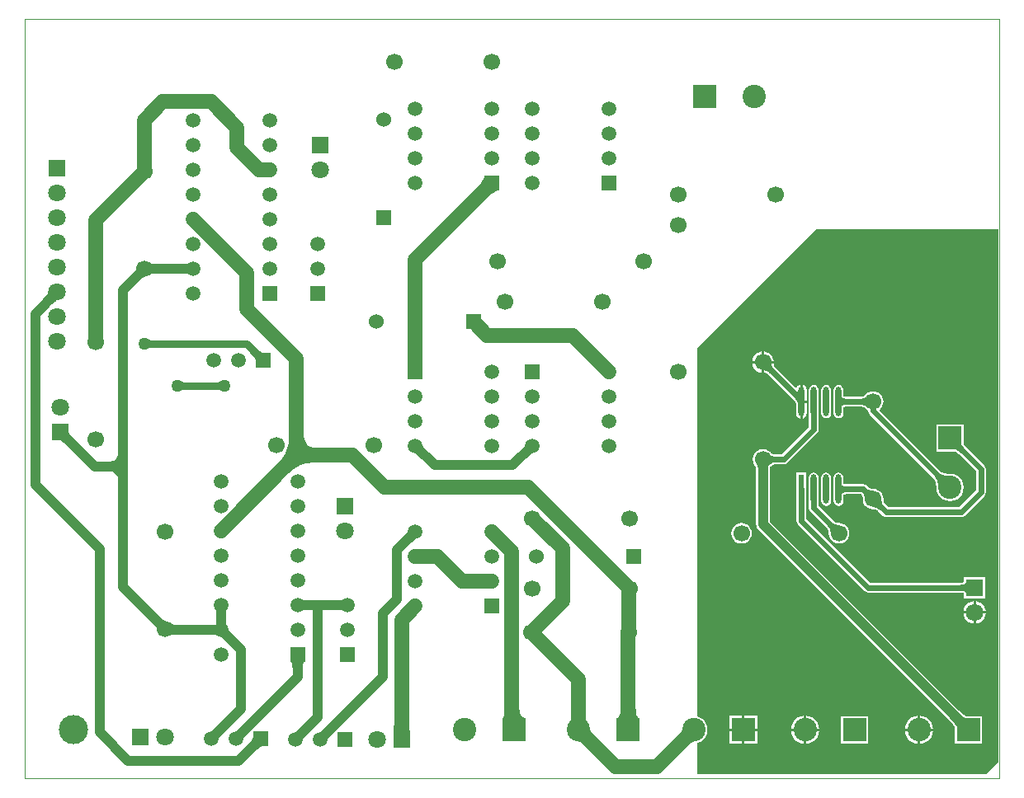
<source format=gtl>
G04 Layer_Physical_Order=1*
G04 Layer_Color=255*
%FSLAX44Y44*%
%MOMM*%
G71*
G01*
G75*
%ADD10O,0.6000X3.0000*%
%ADD11R,0.6000X3.0000*%
%ADD12C,1.0000*%
%ADD13C,1.5000*%
%ADD14C,0.6000*%
%ADD15C,0.8000*%
%ADD16C,0.1000*%
%ADD17R,1.5000X1.5000*%
%ADD18C,1.5000*%
%ADD19C,1.7000*%
%ADD20C,1.5000*%
%ADD21R,1.5000X1.5000*%
%ADD22R,1.8000X1.8000*%
%ADD23C,1.8000*%
%ADD24R,1.5000X1.5000*%
%ADD25C,1.5240*%
%ADD26R,1.5240X1.5240*%
%ADD27R,1.8000X1.8000*%
%ADD28R,2.4000X2.4000*%
%ADD29C,2.4000*%
%ADD30R,1.5240X1.5240*%
%ADD31C,3.0000*%
%ADD32R,2.4000X2.4000*%
%ADD33C,1.2700*%
G36*
X436819Y554431D02*
X435890Y554324D01*
X434836Y554006D01*
X433655Y553476D01*
X432350Y552733D01*
X430919Y551779D01*
X429362Y550612D01*
X425872Y547642D01*
X421880Y543824D01*
X411274Y554431D01*
X413289Y556489D01*
X418062Y561912D01*
X419229Y563469D01*
X420183Y564900D01*
X420926Y566205D01*
X421456Y567386D01*
X421774Y568440D01*
X421880Y569370D01*
X436819Y554431D01*
D02*
G37*
G36*
X117384Y468310D02*
X117292Y468358D01*
X117116Y468400D01*
X116855Y468438D01*
X116078Y468498D01*
X113505Y468558D01*
X112650Y468560D01*
Y478560D01*
X117384Y478810D01*
Y468310D01*
D02*
G37*
G36*
X78453Y479252D02*
X78756Y479107D01*
X79141Y478979D01*
X79607Y478867D01*
X80155Y478774D01*
X81496Y478637D01*
X83163Y478568D01*
X84119Y478560D01*
X84586Y468560D01*
X83633Y468550D01*
X81258Y468394D01*
X80628Y468301D01*
X80077Y468187D01*
X79607Y468052D01*
X79218Y467896D01*
X78909Y467720D01*
X78680Y467523D01*
X78232Y479414D01*
X78453Y479252D01*
D02*
G37*
G36*
X72305Y464740D02*
X72017Y464708D01*
X71686Y464605D01*
X71310Y464431D01*
X70891Y464186D01*
X70428Y463871D01*
X69922Y463486D01*
X68778Y462503D01*
X67459Y461238D01*
X60388Y468309D01*
X61056Y468990D01*
X63021Y471278D01*
X63336Y471741D01*
X63581Y472160D01*
X63755Y472536D01*
X63858Y472867D01*
X63890Y473155D01*
X72305Y464740D01*
D02*
G37*
G36*
X-17070Y440430D02*
X-17452Y440397D01*
X-17872Y440290D01*
X-18328Y440110D01*
X-18821Y439856D01*
X-19351Y439528D01*
X-19918Y439127D01*
X-21163Y438103D01*
X-21840Y437481D01*
X-22554Y436785D01*
X-29625Y443856D01*
X-28929Y444570D01*
X-27283Y446492D01*
X-26882Y447059D01*
X-26554Y447589D01*
X-26300Y448082D01*
X-26120Y448538D01*
X-26013Y448957D01*
X-25980Y449340D01*
X-17070Y440430D01*
D02*
G37*
G36*
X77045Y400600D02*
X77233Y400525D01*
X77487Y400458D01*
X77807Y400400D01*
X78195Y400351D01*
X79169Y400280D01*
X81132Y400240D01*
Y392240D01*
X80411Y392235D01*
X77807Y392080D01*
X77487Y392022D01*
X77233Y391955D01*
X77045Y391880D01*
X76925Y391795D01*
Y400685D01*
X77045Y400600D01*
D02*
G37*
G36*
X188484Y391269D02*
X191429Y388774D01*
X192731Y387866D01*
X193919Y387184D01*
X194994Y386729D01*
X195954Y386499D01*
X196801Y386496D01*
X197535Y386720D01*
X198154Y387169D01*
X186871Y375886D01*
X187320Y376505D01*
X187544Y377239D01*
X187541Y378086D01*
X187311Y379046D01*
X186856Y380121D01*
X186174Y381309D01*
X185266Y382611D01*
X184131Y384027D01*
X181184Y387200D01*
X186840Y392856D01*
X188484Y391269D01*
D02*
G37*
G36*
X150405Y348615D02*
X150285Y348700D01*
X150097Y348775D01*
X149843Y348842D01*
X149523Y348900D01*
X149135Y348949D01*
X148161Y349020D01*
X146198Y349060D01*
Y357060D01*
X146919Y357065D01*
X149523Y357220D01*
X149843Y357278D01*
X150097Y357345D01*
X150285Y357420D01*
X150405Y357505D01*
Y348615D01*
D02*
G37*
G36*
X111335Y357420D02*
X111523Y357345D01*
X111777Y357278D01*
X112097Y357220D01*
X112485Y357171D01*
X113459Y357100D01*
X115422Y357060D01*
Y349060D01*
X114701Y349055D01*
X112097Y348900D01*
X111777Y348842D01*
X111523Y348775D01*
X111335Y348700D01*
X111215Y348615D01*
Y357505D01*
X111335Y357420D01*
D02*
G37*
G36*
X-5566Y310465D02*
X-5849Y309546D01*
Y308485D01*
X-5566Y307283D01*
X-5001Y305939D01*
X-4152Y304454D01*
X-3021Y302828D01*
X-1606Y301060D01*
X2071Y297101D01*
X-5001Y290029D01*
X-7051Y292009D01*
X-10728Y295121D01*
X-12354Y296252D01*
X-13839Y297101D01*
X-15183Y297666D01*
X-16385Y297949D01*
X-17446D01*
X-18365Y297666D01*
X-19143Y297101D01*
X-5001Y311243D01*
X-5566Y310465D01*
D02*
G37*
G36*
X470575Y284400D02*
X470477Y284369D01*
X470322Y284275D01*
X470111Y284116D01*
X469519Y283609D01*
X467657Y281833D01*
X467051Y281230D01*
X459980Y288301D01*
X463150Y291825D01*
X470575Y284400D01*
D02*
G37*
G36*
X358181Y291727D02*
X358275Y291572D01*
X358433Y291361D01*
X358941Y290769D01*
X360717Y288907D01*
X361320Y288301D01*
X354249Y281230D01*
X350725Y284400D01*
X358150Y291825D01*
X358181Y291727D01*
D02*
G37*
G36*
X236250Y301570D02*
X236700Y299020D01*
X237450Y296770D01*
X238500Y294820D01*
X239850Y293170D01*
X241500Y291820D01*
X243450Y290770D01*
X245700Y290020D01*
X248250Y289570D01*
X251100Y289420D01*
X246707Y274420D01*
X243750Y274314D01*
X240882Y273996D01*
X238102Y273465D01*
X235410Y272723D01*
X232805Y271768D01*
X230288Y270602D01*
X227859Y269223D01*
X225518Y267632D01*
X223265Y265829D01*
X221100Y263813D01*
X210493Y274420D01*
X212509Y276585D01*
X214312Y278838D01*
X215903Y281179D01*
X217282Y283608D01*
X218448Y286125D01*
X219403Y288729D01*
X220145Y291422D01*
X220676Y294202D01*
X220994Y297071D01*
X221100Y300027D01*
X236100Y304420D01*
X236250Y301570D01*
D02*
G37*
G36*
X55800Y270510D02*
X45800Y255510D01*
X45700Y257410D01*
X45400Y259110D01*
X44900Y260610D01*
X44200Y261910D01*
X43300Y263010D01*
X42200Y263910D01*
X40900Y264610D01*
X39400Y265110D01*
X37700Y265410D01*
X35800Y265510D01*
Y275510D01*
X37700Y275610D01*
X39400Y275910D01*
X40900Y276410D01*
X42200Y277110D01*
X43300Y278010D01*
X44200Y279110D01*
X44900Y280410D01*
X45400Y281910D01*
X45700Y283610D01*
X45800Y285510D01*
X55800Y270510D01*
D02*
G37*
G36*
X350465Y195700D02*
X350367Y195669D01*
X350212Y195575D01*
X350001Y195417D01*
X349409Y194909D01*
X347547Y193133D01*
X346941Y192530D01*
X339870Y199601D01*
X343040Y203125D01*
X350465Y195700D01*
D02*
G37*
G36*
X156353Y122823D02*
X156310Y122646D01*
X156272Y122385D01*
X156213Y121608D01*
X156152Y119035D01*
X156150Y118180D01*
X146150D01*
X145900Y122914D01*
X156400D01*
X156353Y122823D01*
D02*
G37*
G36*
X156400Y108226D02*
X145900D01*
X145948Y108317D01*
X145990Y108494D01*
X146027Y108755D01*
X146088Y109532D01*
X146147Y112105D01*
X146150Y112960D01*
X156150D01*
X156400Y108226D01*
D02*
G37*
G36*
X89730Y115004D02*
X92018Y113039D01*
X92481Y112724D01*
X92900Y112479D01*
X93275Y112305D01*
X93607Y112202D01*
X93895Y112170D01*
X85480Y103755D01*
X85448Y104043D01*
X85345Y104375D01*
X85171Y104750D01*
X84926Y105169D01*
X84611Y105632D01*
X84226Y106138D01*
X83243Y107282D01*
X81978Y108601D01*
X89049Y115672D01*
X89730Y115004D01*
D02*
G37*
G36*
X145794Y97620D02*
X145702Y97668D01*
X145526Y97710D01*
X145265Y97747D01*
X144488Y97808D01*
X141915Y97867D01*
X141060Y97870D01*
Y107870D01*
X145794Y108120D01*
Y97620D01*
D02*
G37*
G36*
X100810Y108803D02*
X101118Y108608D01*
X101505Y108435D01*
X101973Y108285D01*
X102522Y108158D01*
X103151Y108054D01*
X104649Y107916D01*
X106470Y107870D01*
X107542Y97870D01*
X106155Y97863D01*
X100536Y97529D01*
X100050Y97425D01*
X99692Y97307D01*
X99463Y97175D01*
X100583Y109022D01*
X100810Y108803D01*
D02*
G37*
G36*
X158681Y102697D02*
X158775Y102542D01*
X158933Y102331D01*
X159440Y101739D01*
X161217Y99877D01*
X161820Y99271D01*
X154749Y92200D01*
X151225Y95370D01*
X158650Y102795D01*
X158681Y102697D01*
D02*
G37*
G36*
X236850Y69900D02*
X236430Y69601D01*
X236060Y69100D01*
X235739Y68401D01*
X235467Y67501D01*
X235245Y66400D01*
X235072Y65100D01*
X234875Y61901D01*
X234850Y60001D01*
X224850D01*
X224825Y61901D01*
X224455Y66400D01*
X224233Y67501D01*
X223961Y68401D01*
X223640Y69100D01*
X223270Y69601D01*
X222850Y69900D01*
X222381Y70001D01*
X237320D01*
X236850Y69900D01*
D02*
G37*
G36*
X576505Y24120D02*
X576862Y19319D01*
X577175Y17370D01*
X577577Y15719D01*
X578069Y14369D01*
X578650Y13319D01*
X579320Y12570D01*
X580080Y12119D01*
X580929Y11969D01*
X556991D01*
X557840Y12119D01*
X558600Y12570D01*
X559270Y13319D01*
X559851Y14369D01*
X560343Y15719D01*
X560745Y17370D01*
X561058Y19319D01*
X561281Y21569D01*
X561460Y26969D01*
X576460D01*
X576505Y24120D01*
D02*
G37*
G36*
X457150D02*
X457360Y21569D01*
X457711Y19319D01*
X458201Y17370D01*
X458832Y15719D01*
X459603Y14369D01*
X460515Y13319D01*
X461566Y12570D01*
X462758Y12119D01*
X464090Y11969D01*
X440150D01*
X440517Y12119D01*
X440845Y12570D01*
X441134Y13319D01*
X441385Y14369D01*
X441598Y15719D01*
X441906Y19319D01*
X442061Y24120D01*
X442080Y26969D01*
X457080D01*
X457150Y24120D01*
D02*
G37*
G36*
X525669Y15207D02*
X525984Y10273D01*
X526101Y9660D01*
X526236Y9172D01*
X526389Y8809D01*
X526560Y8570D01*
X509760D01*
X509931Y8809D01*
X510084Y9172D01*
X510219Y9660D01*
X510336Y10273D01*
X510435Y11010D01*
X510579Y12859D01*
X510660Y16567D01*
X525660D01*
X525669Y15207D01*
D02*
G37*
G36*
X344065Y10960D02*
X344770Y159D01*
X344991Y-591D01*
X345240Y-1041D01*
X345519Y-1191D01*
X327580D01*
X327860Y-1041D01*
X328110Y-591D01*
X328330Y159D01*
X328521Y1209D01*
X328683Y2560D01*
X328918Y6159D01*
X329050Y13809D01*
X344050D01*
X344065Y10960D01*
D02*
G37*
G36*
X177040Y-5291D02*
X173870Y-8815D01*
X166445Y-1390D01*
X166543Y-1359D01*
X166698Y-1265D01*
X166909Y-1107D01*
X167501Y-599D01*
X169363Y1177D01*
X169969Y1780D01*
X177040Y-5291D01*
D02*
G37*
G36*
X151640D02*
X148470Y-8815D01*
X141045Y-1390D01*
X141143Y-1359D01*
X141298Y-1265D01*
X141509Y-1107D01*
X142101Y-599D01*
X143963Y1177D01*
X144569Y1780D01*
X151640Y-5291D01*
D02*
G37*
G36*
X263400Y-6561D02*
X260230Y-10085D01*
X252805Y-2660D01*
X252903Y-2629D01*
X253058Y-2535D01*
X253269Y-2377D01*
X253861Y-1869D01*
X255723Y-93D01*
X256329Y510D01*
X263400Y-6561D01*
D02*
G37*
G36*
X238000D02*
X234830Y-10085D01*
X227405Y-2660D01*
X227503Y-2629D01*
X227658Y-2535D01*
X227869Y-2377D01*
X228461Y-1869D01*
X230323Y-93D01*
X230929Y510D01*
X238000Y-6561D01*
D02*
G37*
G36*
X198443Y-16359D02*
X197665Y-15794D01*
X196746Y-15511D01*
X195685D01*
X194483Y-15794D01*
X193139Y-16359D01*
X191654Y-17208D01*
X190028Y-18339D01*
X188260Y-19754D01*
X184300Y-23431D01*
X177229Y-16359D01*
X179209Y-14309D01*
X182321Y-10632D01*
X183452Y-9006D01*
X184300Y-7521D01*
X184866Y-6177D01*
X185149Y-4975D01*
Y-3914D01*
X184866Y-2995D01*
X184300Y-2217D01*
X198443Y-16359D01*
D02*
G37*
G36*
X636150Y-11999D02*
X635860Y-12047D01*
X635495Y-12196D01*
X635055Y-12446D01*
X634538Y-12796D01*
X633947Y-13248D01*
X632538Y-14453D01*
X629858Y-17018D01*
X619252Y-6412D01*
X620208Y-5443D01*
X623474Y-1732D01*
X623824Y-1216D01*
X624074Y-775D01*
X624223Y-410D01*
X624271Y-120D01*
X636150Y-11999D01*
D02*
G37*
G36*
X530207Y-410D02*
X530356Y-775D01*
X530606Y-1216D01*
X530956Y-1732D01*
X531408Y-2323D01*
X532613Y-3732D01*
X535178Y-6412D01*
X524572Y-17018D01*
X523603Y-16062D01*
X519892Y-12796D01*
X519375Y-12446D01*
X518935Y-12196D01*
X518570Y-12047D01*
X518280Y-11999D01*
X530159Y-120D01*
X530207Y-410D01*
D02*
G37*
G36*
X948690Y-33020D02*
X935990Y-45720D01*
X640080D01*
Y-13575D01*
X643330Y-12229D01*
X646255Y-9985D01*
X648499Y-7060D01*
X649910Y-3655D01*
X650391Y0D01*
X649910Y3655D01*
X648499Y7060D01*
X646255Y9985D01*
X643330Y12229D01*
X640080Y13575D01*
Y392430D01*
X654050Y406400D01*
X762000Y514350D01*
X948690D01*
Y-33020D01*
D02*
G37*
%LPC*%
G36*
X708660Y388628D02*
Y378930D01*
X718358D01*
X718146Y380542D01*
X717033Y383228D01*
X715264Y385534D01*
X712958Y387303D01*
X710272Y388416D01*
X708660Y388628D01*
D02*
G37*
G36*
X706120Y388628D02*
X704508Y388416D01*
X701822Y387303D01*
X699516Y385534D01*
X697747Y383228D01*
X696634Y380542D01*
X696422Y378930D01*
X706120D01*
Y388628D01*
D02*
G37*
G36*
X714705Y376390D02*
X708660D01*
Y370345D01*
X714705Y376390D01*
D02*
G37*
G36*
X706120D02*
X696422D01*
X696634Y374778D01*
X697747Y372092D01*
X699516Y369786D01*
X701822Y368017D01*
X704508Y366904D01*
X706120Y366692D01*
Y376390D01*
D02*
G37*
G36*
X718358D02*
X715948D01*
X715990Y375972D01*
X716129Y375208D01*
X716326Y374468D01*
X716582Y373754D01*
X716896Y373064D01*
X717270Y372399D01*
X717701Y371758D01*
X718192Y371142D01*
X718741Y370551D01*
X714499Y366309D01*
X713908Y366858D01*
X713292Y367349D01*
X712651Y367780D01*
X711986Y368154D01*
X711296Y368468D01*
X710582Y368724D01*
X709842Y368921D01*
X709078Y369060D01*
X708660Y369102D01*
Y366692D01*
X709750Y366835D01*
X709974Y366776D01*
X710528Y366577D01*
X711063Y366334D01*
X711581Y366043D01*
X712085Y365703D01*
X712343Y365497D01*
X739075Y338766D01*
X739475Y338296D01*
X740040Y337546D01*
X740519Y336814D01*
X740913Y336101D01*
X741112Y335664D01*
Y325100D01*
X741541Y322938D01*
X742766Y321106D01*
X744598Y319881D01*
X745490Y319704D01*
Y337100D01*
Y354496D01*
X744598Y354319D01*
X742766Y353094D01*
X742043Y352012D01*
X740453Y351806D01*
X719553Y372707D01*
X719347Y372965D01*
X719007Y373469D01*
X718716Y373987D01*
X718473Y374521D01*
X718275Y375076D01*
X718215Y375300D01*
X718358Y376390D01*
D02*
G37*
G36*
X748030Y354496D02*
Y338370D01*
X752409D01*
Y349100D01*
X751979Y351262D01*
X750754Y353094D01*
X748922Y354319D01*
X748030Y354496D01*
D02*
G37*
G36*
X772160Y354198D02*
X770209Y353810D01*
X768555Y352705D01*
X767450Y351051D01*
X767062Y349100D01*
Y325100D01*
X767450Y323149D01*
X768555Y321495D01*
X770209Y320390D01*
X772160Y320002D01*
X774111Y320390D01*
X775765Y321495D01*
X776870Y323149D01*
X777258Y325100D01*
Y349100D01*
X776870Y351051D01*
X775765Y352705D01*
X774111Y353810D01*
X772160Y354198D01*
D02*
G37*
G36*
X752409Y335830D02*
X748030D01*
Y319704D01*
X748922Y319881D01*
X750754Y321106D01*
X751979Y322938D01*
X752409Y325100D01*
Y335830D01*
D02*
G37*
G36*
X759460Y354198D02*
X757509Y353810D01*
X755855Y352705D01*
X754750Y351051D01*
X754362Y349100D01*
Y337100D01*
Y325100D01*
Y310722D01*
X726398Y282758D01*
X719493D01*
X719164Y282795D01*
X718568Y282911D01*
X717996Y283072D01*
X717446Y283278D01*
X716914Y283529D01*
X716397Y283829D01*
X715892Y284178D01*
X715399Y284581D01*
X715087Y284878D01*
X714879Y285149D01*
X712685Y286832D01*
X710131Y287890D01*
X707390Y288251D01*
X704649Y287890D01*
X702095Y286832D01*
X699901Y285149D01*
X698218Y282955D01*
X697160Y280401D01*
X696799Y277660D01*
X697160Y274919D01*
X698218Y272365D01*
X699901Y270171D01*
X699947Y270136D01*
X699977Y270055D01*
X700058Y269748D01*
X700128Y269380D01*
X700330Y266717D01*
Y210820D01*
X700570Y208993D01*
X701275Y207290D01*
X702398Y205828D01*
X898093Y10132D01*
X901308Y6672D01*
X902636Y5014D01*
X903680Y3516D01*
X904210Y2591D01*
Y-14000D01*
X932210D01*
Y14000D01*
X915619D01*
X914694Y14530D01*
X913219Y15558D01*
X909663Y18571D01*
X908544Y19651D01*
X714450Y213745D01*
Y266684D01*
X714466Y267416D01*
X714571Y268803D01*
X714641Y269321D01*
X714722Y269748D01*
X714803Y270055D01*
X714833Y270136D01*
X714879Y270171D01*
X715087Y270442D01*
X715399Y270739D01*
X715892Y271142D01*
X716397Y271491D01*
X716914Y271791D01*
X717446Y272042D01*
X717996Y272248D01*
X718568Y272409D01*
X719017Y272496D01*
X720298Y272562D01*
X728510D01*
X730461Y272950D01*
X732115Y274055D01*
X763065Y305005D01*
X764170Y306659D01*
X764558Y308610D01*
Y337100D01*
Y349100D01*
X764170Y351051D01*
X763065Y352705D01*
X761411Y353810D01*
X759460Y354198D01*
D02*
G37*
G36*
X784860D02*
X782909Y353810D01*
X781255Y352705D01*
X780150Y351051D01*
X779762Y349100D01*
Y325100D01*
X780150Y323149D01*
X781255Y321495D01*
X782909Y320390D01*
X784860Y320002D01*
X786811Y320390D01*
X788465Y321495D01*
X789570Y323149D01*
X789958Y325100D01*
Y331323D01*
X790023Y331384D01*
X790252Y331523D01*
X790646Y331683D01*
X791211Y331835D01*
X791941Y331955D01*
X792471Y332002D01*
X808283D01*
X808614Y331964D01*
X809209Y331848D01*
X809777Y331686D01*
X810323Y331480D01*
X810850Y331228D01*
X811362Y330927D01*
X811861Y330576D01*
X812348Y330172D01*
X812702Y329830D01*
X812931Y329531D01*
X815125Y327848D01*
X815322Y327767D01*
Y327660D01*
X815710Y325709D01*
X816815Y324055D01*
X882857Y258014D01*
X883276Y257432D01*
X883698Y256702D01*
X884071Y255886D01*
X884392Y254981D01*
X884659Y253984D01*
X884863Y252923D01*
X885102Y250401D01*
X885115Y249494D01*
X885039Y248920D01*
X885520Y245265D01*
X886931Y241860D01*
X889175Y238935D01*
X892100Y236691D01*
X895505Y235280D01*
X899160Y234799D01*
X902815Y235280D01*
X906220Y236691D01*
X909145Y238935D01*
X911389Y241860D01*
X912800Y245265D01*
X913281Y248920D01*
X912800Y252575D01*
X911389Y255980D01*
X909145Y258905D01*
X906220Y261149D01*
X902815Y262560D01*
X899160Y263041D01*
X898586Y262965D01*
X897650Y262978D01*
X896372Y263063D01*
X895187Y263211D01*
X894096Y263421D01*
X893099Y263688D01*
X892194Y264009D01*
X891378Y264382D01*
X890648Y264804D01*
X890066Y265224D01*
X827373Y327917D01*
X827456Y329184D01*
X827909Y329531D01*
X829592Y331725D01*
X830650Y334279D01*
X831011Y337020D01*
X830650Y339761D01*
X829592Y342315D01*
X827909Y344509D01*
X825715Y346192D01*
X823161Y347250D01*
X820420Y347611D01*
X817679Y347250D01*
X815125Y346192D01*
X812931Y344509D01*
X812746Y344267D01*
X812474Y344013D01*
X811975Y343612D01*
X811465Y343264D01*
X810943Y342966D01*
X810406Y342715D01*
X809852Y342510D01*
X809277Y342350D01*
X808678Y342235D01*
X808352Y342198D01*
X792471D01*
X791941Y342244D01*
X791211Y342365D01*
X790646Y342517D01*
X790252Y342677D01*
X790023Y342816D01*
X789958Y342877D01*
Y349100D01*
X789570Y351051D01*
X788465Y352705D01*
X786811Y353810D01*
X784860Y354198D01*
D02*
G37*
G36*
X772160Y264198D02*
X770209Y263810D01*
X768555Y262705D01*
X767450Y261051D01*
X767062Y259100D01*
Y235100D01*
X767450Y233149D01*
X768555Y231495D01*
X770209Y230390D01*
X772160Y230002D01*
X774111Y230390D01*
X775765Y231495D01*
X776870Y233149D01*
X777258Y235100D01*
Y259100D01*
X776870Y261051D01*
X775765Y262705D01*
X774111Y263810D01*
X772160Y264198D01*
D02*
G37*
G36*
X913160Y313720D02*
X885160D01*
Y285720D01*
X902600D01*
X902644Y285711D01*
X902688Y285720D01*
X905269D01*
X905627Y285516D01*
X906449Y284944D01*
X908253Y283417D01*
X925812Y265858D01*
Y245952D01*
X908478Y228618D01*
X836032D01*
X832583Y232067D01*
X832377Y232325D01*
X832037Y232829D01*
X831746Y233347D01*
X831503Y233881D01*
X831304Y234436D01*
X831151Y235013D01*
X831041Y235617D01*
X830977Y236250D01*
X830966Y236681D01*
X831011Y237020D01*
X830650Y239761D01*
X829592Y242315D01*
X827909Y244509D01*
X825715Y246192D01*
X823161Y247250D01*
X820420Y247611D01*
X820081Y247566D01*
X819650Y247577D01*
X819017Y247641D01*
X818413Y247751D01*
X817836Y247904D01*
X817281Y248103D01*
X816747Y248346D01*
X816229Y248637D01*
X815725Y248977D01*
X815467Y249183D01*
X813945Y250705D01*
X812291Y251810D01*
X810340Y252198D01*
X792471D01*
X791941Y252244D01*
X791211Y252365D01*
X790646Y252517D01*
X790252Y252677D01*
X790023Y252816D01*
X789958Y252877D01*
Y259100D01*
X789570Y261051D01*
X788465Y262705D01*
X786811Y263810D01*
X784860Y264198D01*
X782909Y263810D01*
X781255Y262705D01*
X780150Y261051D01*
X779762Y259100D01*
Y235100D01*
X780150Y233149D01*
X781255Y231495D01*
X782909Y230390D01*
X784860Y230002D01*
X786811Y230390D01*
X788465Y231495D01*
X789570Y233149D01*
X789958Y235100D01*
Y241323D01*
X790023Y241384D01*
X790252Y241523D01*
X790646Y241683D01*
X791211Y241835D01*
X791941Y241956D01*
X792471Y242002D01*
X808228D01*
X808257Y241973D01*
X808463Y241715D01*
X808803Y241211D01*
X809094Y240693D01*
X809337Y240159D01*
X809536Y239604D01*
X809689Y239027D01*
X809799Y238423D01*
X809863Y237790D01*
X809874Y237358D01*
X809829Y237020D01*
X810190Y234279D01*
X811248Y231725D01*
X812931Y229531D01*
X815125Y227848D01*
X817679Y226790D01*
X820420Y226429D01*
X820759Y226474D01*
X821190Y226463D01*
X821823Y226399D01*
X822427Y226289D01*
X823004Y226136D01*
X823559Y225937D01*
X824093Y225694D01*
X824611Y225403D01*
X825115Y225063D01*
X825373Y224857D01*
X830315Y219915D01*
X831969Y218810D01*
X833920Y218422D01*
X910590D01*
X912541Y218810D01*
X914195Y219915D01*
X934515Y240235D01*
X935620Y241889D01*
X936008Y243840D01*
Y267970D01*
X935620Y269921D01*
X934515Y271575D01*
X915761Y290329D01*
X914711Y291459D01*
X913952Y292408D01*
X913364Y293253D01*
X913160Y293610D01*
Y296192D01*
X913169Y296236D01*
X913160Y296280D01*
Y313720D01*
D02*
G37*
G36*
X759460Y264198D02*
X757509Y263810D01*
X755855Y262705D01*
X754750Y261051D01*
X754362Y259100D01*
Y247100D01*
Y235100D01*
Y227800D01*
X754750Y225849D01*
X755855Y224195D01*
X773167Y206883D01*
X773373Y206625D01*
X773713Y206121D01*
X774004Y205603D01*
X774247Y205068D01*
X774445Y204514D01*
X774599Y203937D01*
X774709Y203333D01*
X774773Y202700D01*
X774784Y202269D01*
X774739Y201930D01*
X775100Y199189D01*
X776158Y196635D01*
X777841Y194441D01*
X780035Y192758D01*
X782589Y191700D01*
X785330Y191339D01*
X788071Y191700D01*
X790625Y192758D01*
X792819Y194441D01*
X794502Y196635D01*
X795560Y199189D01*
X795921Y201930D01*
X795560Y204671D01*
X794502Y207225D01*
X792819Y209419D01*
X790625Y211102D01*
X788071Y212160D01*
X785330Y212521D01*
X784992Y212476D01*
X784560Y212487D01*
X783927Y212551D01*
X783323Y212661D01*
X782746Y212815D01*
X782191Y213013D01*
X781657Y213256D01*
X781139Y213547D01*
X780635Y213887D01*
X780377Y214093D01*
X764558Y229912D01*
Y247100D01*
Y259100D01*
X764170Y261051D01*
X763065Y262705D01*
X761411Y263810D01*
X759460Y264198D01*
D02*
G37*
G36*
X685330Y212521D02*
X682589Y212160D01*
X680035Y211102D01*
X677841Y209419D01*
X676158Y207225D01*
X675100Y204671D01*
X674739Y201930D01*
X675100Y199189D01*
X676158Y196635D01*
X677841Y194441D01*
X680035Y192758D01*
X682589Y191700D01*
X685330Y191339D01*
X688071Y191700D01*
X690625Y192758D01*
X692819Y194441D01*
X694502Y196635D01*
X695560Y199189D01*
X695921Y201930D01*
X695560Y204671D01*
X694502Y207225D01*
X692819Y209419D01*
X690625Y211102D01*
X688071Y212160D01*
X685330Y212521D01*
D02*
G37*
G36*
X751760Y264100D02*
X741760D01*
Y247593D01*
X741662Y247100D01*
Y214630D01*
X742050Y212679D01*
X743155Y211025D01*
X811735Y142445D01*
X813389Y141340D01*
X815340Y140952D01*
X910975D01*
X911505Y140906D01*
X912234Y140785D01*
X912799Y140633D01*
X913193Y140473D01*
X913422Y140334D01*
X913518Y140245D01*
X913543Y140207D01*
X913558Y140166D01*
X913560Y140148D01*
Y135050D01*
X935560D01*
Y157050D01*
X913560D01*
Y151952D01*
X913558Y151934D01*
X913543Y151893D01*
X913518Y151855D01*
X913422Y151766D01*
X913193Y151627D01*
X912799Y151467D01*
X912234Y151315D01*
X911505Y151194D01*
X910975Y151148D01*
X817452D01*
X751858Y216742D01*
Y247100D01*
X751760Y247593D01*
Y264100D01*
D02*
G37*
G36*
X925830Y132122D02*
Y121920D01*
X936032D01*
X935803Y123663D01*
X934640Y126470D01*
X932790Y128880D01*
X930380Y130730D01*
X927572Y131893D01*
X925830Y132122D01*
D02*
G37*
G36*
X923290Y132122D02*
X921547Y131893D01*
X918740Y130730D01*
X916330Y128880D01*
X914480Y126470D01*
X913317Y123663D01*
X913088Y121920D01*
X923290D01*
Y132122D01*
D02*
G37*
G36*
X936032Y119380D02*
X925830D01*
Y109178D01*
X927572Y109407D01*
X930380Y110570D01*
X932790Y112420D01*
X934640Y114830D01*
X935803Y117638D01*
X936032Y119380D01*
D02*
G37*
G36*
X923290D02*
X913088D01*
X913317Y117638D01*
X914480Y114830D01*
X916330Y112420D01*
X918740Y110570D01*
X921547Y109407D01*
X923290Y109178D01*
Y119380D01*
D02*
G37*
G36*
X868680Y14498D02*
Y1270D01*
X881908D01*
X881576Y3796D01*
X880111Y7333D01*
X877780Y10370D01*
X874743Y12701D01*
X871206Y14166D01*
X868680Y14498D01*
D02*
G37*
G36*
X866140D02*
X863614Y14166D01*
X860077Y12701D01*
X857040Y10370D01*
X854709Y7333D01*
X853244Y3796D01*
X852912Y1270D01*
X866140D01*
Y14498D01*
D02*
G37*
G36*
X751840D02*
Y1270D01*
X765068D01*
X764736Y3796D01*
X763271Y7333D01*
X760940Y10370D01*
X757903Y12701D01*
X754366Y14166D01*
X751840Y14498D01*
D02*
G37*
G36*
X749300D02*
X746774Y14166D01*
X743237Y12701D01*
X740200Y10370D01*
X737869Y7333D01*
X736404Y3796D01*
X736072Y1270D01*
X749300D01*
Y14498D01*
D02*
G37*
G36*
X701610Y14540D02*
X688340D01*
Y1270D01*
X701610D01*
Y14540D01*
D02*
G37*
G36*
X685800D02*
X672530D01*
Y1270D01*
X685800D01*
Y14540D01*
D02*
G37*
G36*
X815370Y14000D02*
X787370D01*
Y-14000D01*
X815370D01*
Y14000D01*
D02*
G37*
G36*
X881908Y-1270D02*
X868680D01*
Y-14498D01*
X871206Y-14166D01*
X874743Y-12701D01*
X877780Y-10370D01*
X880111Y-7333D01*
X881576Y-3796D01*
X881908Y-1270D01*
D02*
G37*
G36*
X866140D02*
X852912D01*
X853244Y-3796D01*
X854709Y-7333D01*
X857040Y-10370D01*
X860077Y-12701D01*
X863614Y-14166D01*
X866140Y-14498D01*
Y-1270D01*
D02*
G37*
G36*
X765068D02*
X751840D01*
Y-14498D01*
X754366Y-14166D01*
X757903Y-12701D01*
X760940Y-10370D01*
X763271Y-7333D01*
X764736Y-3796D01*
X765068Y-1270D01*
D02*
G37*
G36*
X749300D02*
X736072D01*
X736404Y-3796D01*
X737869Y-7333D01*
X740200Y-10370D01*
X743237Y-12701D01*
X746774Y-14166D01*
X749300Y-14498D01*
Y-1270D01*
D02*
G37*
G36*
X701610D02*
X688340D01*
Y-14540D01*
X701610D01*
Y-1270D01*
D02*
G37*
G36*
X685800D02*
X672530D01*
Y-14540D01*
X685800D01*
Y-1270D01*
D02*
G37*
%LPD*%
G36*
X740345Y348990D02*
X741082Y348381D01*
X741733Y347944D01*
X742297Y347678D01*
X742776Y347584D01*
X743168Y347662D01*
X743473Y347911D01*
X743693Y348332D01*
X743826Y348924D01*
X743873Y349688D01*
X743795Y332800D01*
X743756Y333639D01*
X743631Y334481D01*
X743419Y335325D01*
X743121Y336170D01*
X742737Y337018D01*
X742266Y337867D01*
X741710Y338719D01*
X741067Y339572D01*
X740338Y340428D01*
X739522Y341285D01*
Y349770D01*
X740345Y348990D01*
D02*
G37*
G36*
X714051Y283050D02*
X714665Y282548D01*
X715303Y282106D01*
X715965Y281722D01*
X716652Y281397D01*
X717362Y281132D01*
X718096Y280926D01*
X718855Y280778D01*
X719620Y280691D01*
X721390Y280660D01*
Y274660D01*
X718769Y274525D01*
X718096Y274394D01*
X717362Y274188D01*
X716652Y273923D01*
X715965Y273598D01*
X715303Y273214D01*
X714665Y272772D01*
X714051Y272271D01*
X713460Y271710D01*
Y274253D01*
X710923Y274122D01*
Y281198D01*
X711125Y281096D01*
X711514Y281004D01*
X712092Y280924D01*
X713460Y280821D01*
Y283610D01*
X714051Y283050D01*
D02*
G37*
G36*
X713159Y271363D02*
X712998Y271056D01*
X712856Y270667D01*
X712732Y270198D01*
X712627Y269648D01*
X712542Y269018D01*
X712428Y267514D01*
X712390Y265686D01*
X702390D01*
X702381Y266640D01*
X702152Y269648D01*
X702048Y270198D01*
X701925Y270667D01*
X701782Y271056D01*
X701620Y271363D01*
X701440Y271590D01*
X713340D01*
X713159Y271363D01*
D02*
G37*
G36*
X908294Y17058D02*
X911974Y13940D01*
X913602Y12806D01*
X915087Y11954D01*
X916430Y11386D01*
X917631Y11100D01*
X918690Y11097D01*
X919608Y11376D01*
X920383Y11939D01*
X906271Y-2173D01*
X906834Y-1398D01*
X907113Y-480D01*
X907110Y579D01*
X906824Y1780D01*
X906256Y3123D01*
X905404Y4608D01*
X904270Y6235D01*
X902852Y8005D01*
X899169Y11969D01*
X906240Y19041D01*
X908294Y17058D01*
D02*
G37*
G36*
X814294Y331127D02*
X813710Y331692D01*
X813101Y332198D01*
X812467Y332643D01*
X811808Y333030D01*
X811125Y333357D01*
X810417Y333624D01*
X809684Y333833D01*
X808927Y333981D01*
X808144Y334070D01*
X807337Y334100D01*
X807398Y340100D01*
X808203Y340129D01*
X808985Y340217D01*
X809744Y340363D01*
X810480Y340568D01*
X811192Y340832D01*
X811881Y341154D01*
X812548Y341534D01*
X813190Y341973D01*
X813810Y342471D01*
X814406Y343027D01*
X814294Y331127D01*
D02*
G37*
G36*
X787885Y342530D02*
X788066Y342020D01*
X788367Y341570D01*
X788790Y341180D01*
X789332Y340850D01*
X789996Y340580D01*
X790780Y340370D01*
X791684Y340220D01*
X792709Y340130D01*
X793855Y340100D01*
Y334100D01*
X792709Y334070D01*
X791684Y333980D01*
X790780Y333830D01*
X789996Y333620D01*
X789332Y333350D01*
X788790Y333020D01*
X788367Y332630D01*
X788066Y332180D01*
X787885Y331670D01*
X787825Y331100D01*
Y343100D01*
X787885Y342530D01*
D02*
G37*
G36*
X888716Y263683D02*
X889538Y263090D01*
X890442Y262568D01*
X891427Y262118D01*
X892493Y261739D01*
X893640Y261432D01*
X894868Y261196D01*
X896178Y261032D01*
X897568Y260940D01*
X899040Y260919D01*
X887161Y249040D01*
X887140Y250512D01*
X886884Y253212D01*
X886648Y254440D01*
X886341Y255587D01*
X885963Y256653D01*
X885512Y257638D01*
X884990Y258542D01*
X884397Y259364D01*
X883732Y260106D01*
X887974Y264348D01*
X888716Y263683D01*
D02*
G37*
G36*
X910790Y295769D02*
X910620Y295217D01*
Y294581D01*
X910790Y293860D01*
X911130Y293054D01*
X911639Y292163D01*
X912318Y291187D01*
X913166Y290126D01*
X915372Y287750D01*
X911130Y283508D01*
X909899Y284696D01*
X907693Y286562D01*
X906717Y287241D01*
X905826Y287750D01*
X905020Y288090D01*
X904299Y288260D01*
X903662D01*
X903111Y288090D01*
X902644Y287750D01*
X911130Y296236D01*
X910790Y295769D01*
D02*
G37*
G36*
X787885Y252530D02*
X788066Y252020D01*
X788367Y251570D01*
X788790Y251180D01*
X789332Y250850D01*
X789996Y250580D01*
X790780Y250370D01*
X791684Y250220D01*
X792709Y250130D01*
X793855Y250100D01*
Y244100D01*
X792709Y244070D01*
X791684Y243980D01*
X790780Y243830D01*
X789996Y243620D01*
X789332Y243350D01*
X788790Y243020D01*
X788367Y242630D01*
X788066Y242180D01*
X787885Y241670D01*
X787825Y241100D01*
Y253100D01*
X787885Y252530D01*
D02*
G37*
G36*
X813902Y247822D02*
X814518Y247331D01*
X815159Y246900D01*
X815824Y246526D01*
X816514Y246212D01*
X817228Y245956D01*
X817968Y245759D01*
X818732Y245620D01*
X819521Y245541D01*
X820335Y245520D01*
X811920Y237105D01*
X811899Y237919D01*
X811820Y238708D01*
X811681Y239472D01*
X811484Y240212D01*
X811228Y240926D01*
X810914Y241616D01*
X810540Y242281D01*
X810109Y242922D01*
X809618Y243538D01*
X809069Y244128D01*
X813311Y248371D01*
X813902Y247822D01*
D02*
G37*
G36*
X828941Y236121D02*
X829020Y235332D01*
X829159Y234568D01*
X829356Y233829D01*
X829612Y233114D01*
X829926Y232424D01*
X830300Y231759D01*
X830731Y231118D01*
X831222Y230502D01*
X831771Y229911D01*
X827529Y225669D01*
X826938Y226218D01*
X826322Y226709D01*
X825681Y227141D01*
X825016Y227514D01*
X824326Y227828D01*
X823612Y228084D01*
X822872Y228281D01*
X822108Y228420D01*
X821319Y228499D01*
X820505Y228520D01*
X828920Y236935D01*
X828941Y236121D01*
D02*
G37*
G36*
X778812Y212732D02*
X779428Y212241D01*
X780069Y211810D01*
X780734Y211436D01*
X781424Y211122D01*
X782139Y210866D01*
X782878Y210669D01*
X783642Y210530D01*
X784431Y210451D01*
X785245Y210430D01*
X776830Y202015D01*
X776809Y202829D01*
X776730Y203618D01*
X776591Y204382D01*
X776394Y205121D01*
X776138Y205836D01*
X775824Y206526D01*
X775451Y207191D01*
X775019Y207832D01*
X774528Y208448D01*
X773979Y209039D01*
X778222Y213281D01*
X778812Y212732D01*
D02*
G37*
G36*
X915621Y140050D02*
X915561Y140620D01*
X915380Y141130D01*
X915078Y141580D01*
X914656Y141970D01*
X914113Y142300D01*
X913450Y142570D01*
X912666Y142780D01*
X911761Y142930D01*
X910736Y143020D01*
X909591Y143050D01*
Y149050D01*
X910736Y149080D01*
X911761Y149170D01*
X912666Y149320D01*
X913450Y149530D01*
X914113Y149800D01*
X914656Y150130D01*
X915078Y150520D01*
X915380Y150970D01*
X915561Y151480D01*
X915621Y152050D01*
Y140050D01*
D02*
G37*
D10*
X784860Y337100D02*
D03*
X772160D02*
D03*
X759460D02*
D03*
X746760D02*
D03*
X784860Y247100D02*
D03*
X772160D02*
D03*
X759460D02*
D03*
D11*
X746760D02*
D03*
D12*
X252730Y-10160D02*
X317500Y54610D01*
X227330Y-10160D02*
X250190Y12700D01*
X72390Y473240D02*
X72710Y473560D01*
X122740D01*
X140970Y-8890D02*
X171450Y21590D01*
X151150Y102870D02*
Y128270D01*
Y102870D02*
X171450Y82570D01*
Y21590D02*
Y82570D01*
X-39370Y251460D02*
Y427040D01*
Y251460D02*
X26670Y185420D01*
X-39370Y427040D02*
X-16980Y449430D01*
X26670Y-2540D02*
X55880Y-31750D01*
X168910D01*
X26670Y-2540D02*
Y185420D01*
X168910Y-31750D02*
X191770Y-8890D01*
X250040Y498960D02*
X250190Y499110D01*
X199240Y549760D02*
X201440D01*
X317500Y119380D02*
X331802Y133682D01*
X317500Y54610D02*
Y119380D01*
X331802Y133682D02*
Y184463D01*
X350540Y203200D01*
X166370Y-8890D02*
X229850Y54590D01*
Y77470D01*
X350650Y291900D02*
X370920Y271630D01*
X450380D01*
X470650Y291900D01*
X707390Y210820D02*
Y277660D01*
Y210820D02*
X918210Y0D01*
X250190Y12700D02*
Y128270D01*
X229850D02*
X280670D01*
X101130Y102870D02*
X151150D01*
X100330Y103670D02*
X101130Y102870D01*
X50800Y146850D02*
X93980Y103670D01*
X50800Y451650D02*
X72390Y473240D01*
X-13970Y306070D02*
X21590Y270510D01*
X50800D01*
Y146850D02*
Y270510D01*
Y451650D01*
D13*
X449580Y8890D02*
Y182860D01*
X452120Y0D02*
Y6350D01*
X449580Y8890D02*
X452120Y6350D01*
X429240Y203200D02*
X449580Y182860D01*
X336550Y113010D02*
X350540Y127000D01*
X336550Y-10160D02*
Y113010D01*
X350650Y368100D02*
Y483200D01*
X429350Y561900D01*
X512320Y405130D02*
X549350Y368100D01*
X518160Y0D02*
X556260Y-38100D01*
X598170D01*
X469430Y100330D02*
X518160Y51600D01*
X469430Y100330D02*
X501650Y132550D01*
X518160Y0D02*
Y51600D01*
X398780Y152400D02*
X429240D01*
X350540Y177800D02*
X373380D01*
X501650Y132550D02*
Y186220D01*
X470700Y217170D02*
X501650Y186220D01*
X568960Y0D02*
Y100330D01*
X190650Y575160D02*
X201440D01*
X72390Y573240D02*
Y626110D01*
X91440Y645160D01*
X140970D01*
X167640Y598170D02*
X190650Y575160D01*
X167640Y598170D02*
Y618490D01*
X140970Y645160D02*
X167640Y618490D01*
X598170Y-38100D02*
X636270Y0D01*
X373380Y177800D02*
X398780Y152400D01*
X122740Y524360D02*
X177800Y469300D01*
Y431800D02*
Y469300D01*
X22860Y397980D02*
Y523710D01*
X72390Y573240D01*
X318770Y248920D02*
X466560D01*
X570700Y144780D01*
X424030Y405130D02*
X512320D01*
X410210Y418950D02*
X424030Y405130D01*
X569430Y100330D02*
Y143510D01*
X285770Y281920D02*
X318770Y248920D01*
X151150Y204470D02*
X228600Y281920D01*
Y381000D01*
X177800Y431800D02*
X228600Y381000D01*
Y281920D02*
X285770D01*
D14*
X784860Y337100D02*
X820420D01*
Y337020D02*
Y337100D01*
Y327660D02*
Y337020D01*
Y327660D02*
X899160Y248920D01*
X820420Y237020D02*
X833920Y223520D01*
X910590D01*
X930910Y243840D01*
Y267970D01*
X899160Y299720D02*
X930910Y267970D01*
X810340Y247100D02*
X820420Y237020D01*
X784860Y247100D02*
X810340D01*
X707390Y277660D02*
X728510D01*
X759460Y308610D01*
Y337100D01*
Y227800D02*
Y247100D01*
Y227800D02*
X785330Y201930D01*
X815340Y146050D02*
X924560D01*
X746760Y214630D02*
X815340Y146050D01*
X746760Y214630D02*
Y247100D01*
X707390Y377660D02*
X746760Y338290D01*
Y337100D02*
Y338290D01*
D15*
X106680Y353060D02*
X154940D01*
X72390Y396240D02*
X177800D01*
X194310Y379730D01*
D16*
X-50000Y-50000D02*
Y730000D01*
X950000D01*
Y-50000D02*
Y730000D01*
X-50000Y-50000D02*
X950000D01*
D17*
X201440Y448160D02*
D03*
X229850Y77470D02*
D03*
X429350Y561900D02*
D03*
X350650Y368100D02*
D03*
X549350Y561900D02*
D03*
X470650Y368100D02*
D03*
X429240Y127000D02*
D03*
D18*
X201440Y473560D02*
D03*
Y498960D02*
D03*
Y524360D02*
D03*
Y549760D02*
D03*
Y575160D02*
D03*
Y600560D02*
D03*
Y625960D02*
D03*
X122740Y448160D02*
D03*
Y473560D02*
D03*
Y498960D02*
D03*
Y524360D02*
D03*
Y549760D02*
D03*
Y575160D02*
D03*
Y600560D02*
D03*
Y625960D02*
D03*
X229850Y102870D02*
D03*
Y128270D02*
D03*
Y153670D02*
D03*
Y179070D02*
D03*
Y204470D02*
D03*
Y229870D02*
D03*
Y255270D02*
D03*
X151150Y77470D02*
D03*
Y102870D02*
D03*
Y128270D02*
D03*
Y153670D02*
D03*
Y179070D02*
D03*
Y204470D02*
D03*
Y229870D02*
D03*
Y255270D02*
D03*
X350650Y561900D02*
D03*
Y587300D02*
D03*
Y612700D02*
D03*
Y638100D02*
D03*
X429350Y612700D02*
D03*
Y638100D02*
D03*
Y587300D02*
D03*
Y368100D02*
D03*
Y342700D02*
D03*
Y317300D02*
D03*
Y291900D02*
D03*
X350650Y317300D02*
D03*
Y291900D02*
D03*
Y342700D02*
D03*
X470650Y561900D02*
D03*
Y587300D02*
D03*
Y612700D02*
D03*
Y638100D02*
D03*
X549350Y612700D02*
D03*
Y638100D02*
D03*
Y587300D02*
D03*
Y368100D02*
D03*
Y342700D02*
D03*
Y317300D02*
D03*
Y291900D02*
D03*
X470650Y317300D02*
D03*
Y291900D02*
D03*
Y342700D02*
D03*
X350540Y127000D02*
D03*
Y152400D02*
D03*
Y177800D02*
D03*
Y203200D02*
D03*
X429240Y177800D02*
D03*
Y203200D02*
D03*
Y152400D02*
D03*
D19*
X620090Y549760D02*
D03*
X720090D02*
D03*
X22860Y397980D02*
D03*
Y297980D02*
D03*
X207810Y292100D02*
D03*
X307810D02*
D03*
X93980Y203670D02*
D03*
Y103670D02*
D03*
X72390Y573240D02*
D03*
Y473240D02*
D03*
X329260Y685650D02*
D03*
X429260D02*
D03*
X685330Y201930D02*
D03*
X785330D02*
D03*
X707390Y377660D02*
D03*
Y277660D02*
D03*
X585070Y481180D02*
D03*
X435070D02*
D03*
X620560Y518080D02*
D03*
Y368080D02*
D03*
X570700Y217170D02*
D03*
X470700D02*
D03*
X542290Y439270D02*
D03*
X442290D02*
D03*
X569430Y100330D02*
D03*
X469430D02*
D03*
X570700Y144780D02*
D03*
X470700D02*
D03*
X820420Y337020D02*
D03*
Y237020D02*
D03*
D20*
X280670Y128270D02*
D03*
Y102870D02*
D03*
X140970Y-8890D02*
D03*
X166370D02*
D03*
X143510Y379730D02*
D03*
X168910D02*
D03*
X250190Y499110D02*
D03*
Y473710D02*
D03*
X252730Y-10160D02*
D03*
X227330D02*
D03*
D21*
X280670Y77470D02*
D03*
X250190Y448310D02*
D03*
D22*
X278130Y229870D02*
D03*
X-13970Y306070D02*
D03*
X252730Y600710D02*
D03*
X-16980Y576430D02*
D03*
X924560Y146050D02*
D03*
D23*
X278130Y204470D02*
D03*
X-13970Y331470D02*
D03*
X252730Y575310D02*
D03*
X-16980Y398630D02*
D03*
Y424030D02*
D03*
Y449430D02*
D03*
Y474830D02*
D03*
Y500230D02*
D03*
Y525630D02*
D03*
Y551030D02*
D03*
X93980Y-7620D02*
D03*
X311150Y-10160D02*
D03*
X924560Y120650D02*
D03*
D24*
X191770Y-8890D02*
D03*
X194310Y379730D02*
D03*
X278130Y-10160D02*
D03*
D25*
X318300Y626430D02*
D03*
X310210Y418950D02*
D03*
X474510Y177800D02*
D03*
D26*
X318300Y526430D02*
D03*
D27*
X68580Y-7620D02*
D03*
X336550Y-10160D02*
D03*
D28*
X647700Y650240D02*
D03*
X801370Y0D02*
D03*
X918210D02*
D03*
X687070D02*
D03*
X452120D02*
D03*
X568960D02*
D03*
D29*
X698500Y650240D02*
D03*
X750570Y0D02*
D03*
X867410D02*
D03*
X636270D02*
D03*
X401320D02*
D03*
X518160D02*
D03*
X899160Y248920D02*
D03*
D30*
X410210Y418950D02*
D03*
X574510Y177800D02*
D03*
D31*
X0Y0D02*
D03*
D32*
X899160Y299720D02*
D03*
D33*
X154940Y353060D02*
D03*
X106680D02*
D03*
X72390Y396240D02*
D03*
M02*

</source>
